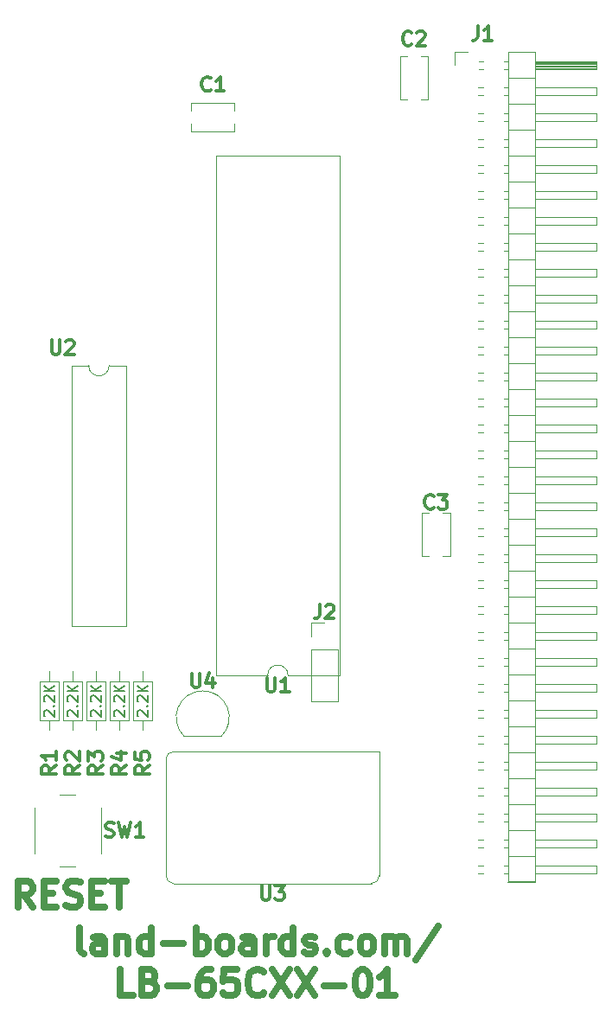
<source format=gto>
G04 #@! TF.GenerationSoftware,KiCad,Pcbnew,(6.0.1)*
G04 #@! TF.CreationDate,2022-09-12T22:03:41-04:00*
G04 #@! TF.ProjectId,LB-65CXX-01,4c422d36-3543-4585-982d-30312e6b6963,1*
G04 #@! TF.SameCoordinates,Original*
G04 #@! TF.FileFunction,Legend,Top*
G04 #@! TF.FilePolarity,Positive*
%FSLAX46Y46*%
G04 Gerber Fmt 4.6, Leading zero omitted, Abs format (unit mm)*
G04 Created by KiCad (PCBNEW (6.0.1)) date 2022-09-12 22:03:41*
%MOMM*%
%LPD*%
G01*
G04 APERTURE LIST*
%ADD10C,0.635000*%
%ADD11C,0.349250*%
%ADD12C,0.150000*%
%ADD13C,0.120000*%
G04 APERTURE END LIST*
D10*
X134740952Y-137039047D02*
X133894285Y-135829523D01*
X133289523Y-137039047D02*
X133289523Y-134499047D01*
X134257142Y-134499047D01*
X134499047Y-134620000D01*
X134620000Y-134740952D01*
X134740952Y-134982857D01*
X134740952Y-135345714D01*
X134620000Y-135587619D01*
X134499047Y-135708571D01*
X134257142Y-135829523D01*
X133289523Y-135829523D01*
X135829523Y-135708571D02*
X136676190Y-135708571D01*
X137039047Y-137039047D02*
X135829523Y-137039047D01*
X135829523Y-134499047D01*
X137039047Y-134499047D01*
X138006666Y-136918095D02*
X138369523Y-137039047D01*
X138974285Y-137039047D01*
X139216190Y-136918095D01*
X139337142Y-136797142D01*
X139458095Y-136555238D01*
X139458095Y-136313333D01*
X139337142Y-136071428D01*
X139216190Y-135950476D01*
X138974285Y-135829523D01*
X138490476Y-135708571D01*
X138248571Y-135587619D01*
X138127619Y-135466666D01*
X138006666Y-135224761D01*
X138006666Y-134982857D01*
X138127619Y-134740952D01*
X138248571Y-134620000D01*
X138490476Y-134499047D01*
X139095238Y-134499047D01*
X139458095Y-134620000D01*
X140546666Y-135708571D02*
X141393333Y-135708571D01*
X141756190Y-137039047D02*
X140546666Y-137039047D01*
X140546666Y-134499047D01*
X141756190Y-134499047D01*
X142481904Y-134499047D02*
X143933333Y-134499047D01*
X143207619Y-137039047D02*
X143207619Y-134499047D01*
X139724190Y-141598347D02*
X139482285Y-141477395D01*
X139361333Y-141235490D01*
X139361333Y-139058347D01*
X141780380Y-141598347D02*
X141780380Y-140267871D01*
X141659428Y-140025966D01*
X141417523Y-139905014D01*
X140933714Y-139905014D01*
X140691809Y-140025966D01*
X141780380Y-141477395D02*
X141538476Y-141598347D01*
X140933714Y-141598347D01*
X140691809Y-141477395D01*
X140570857Y-141235490D01*
X140570857Y-140993585D01*
X140691809Y-140751680D01*
X140933714Y-140630728D01*
X141538476Y-140630728D01*
X141780380Y-140509776D01*
X142989904Y-139905014D02*
X142989904Y-141598347D01*
X142989904Y-140146919D02*
X143110857Y-140025966D01*
X143352761Y-139905014D01*
X143715619Y-139905014D01*
X143957523Y-140025966D01*
X144078476Y-140267871D01*
X144078476Y-141598347D01*
X146376571Y-141598347D02*
X146376571Y-139058347D01*
X146376571Y-141477395D02*
X146134666Y-141598347D01*
X145650857Y-141598347D01*
X145408952Y-141477395D01*
X145288000Y-141356442D01*
X145167047Y-141114538D01*
X145167047Y-140388823D01*
X145288000Y-140146919D01*
X145408952Y-140025966D01*
X145650857Y-139905014D01*
X146134666Y-139905014D01*
X146376571Y-140025966D01*
X147586095Y-140630728D02*
X149521333Y-140630728D01*
X150730857Y-141598347D02*
X150730857Y-139058347D01*
X150730857Y-140025966D02*
X150972761Y-139905014D01*
X151456571Y-139905014D01*
X151698476Y-140025966D01*
X151819428Y-140146919D01*
X151940380Y-140388823D01*
X151940380Y-141114538D01*
X151819428Y-141356442D01*
X151698476Y-141477395D01*
X151456571Y-141598347D01*
X150972761Y-141598347D01*
X150730857Y-141477395D01*
X153391809Y-141598347D02*
X153149904Y-141477395D01*
X153028952Y-141356442D01*
X152908000Y-141114538D01*
X152908000Y-140388823D01*
X153028952Y-140146919D01*
X153149904Y-140025966D01*
X153391809Y-139905014D01*
X153754666Y-139905014D01*
X153996571Y-140025966D01*
X154117523Y-140146919D01*
X154238476Y-140388823D01*
X154238476Y-141114538D01*
X154117523Y-141356442D01*
X153996571Y-141477395D01*
X153754666Y-141598347D01*
X153391809Y-141598347D01*
X156415619Y-141598347D02*
X156415619Y-140267871D01*
X156294666Y-140025966D01*
X156052761Y-139905014D01*
X155568952Y-139905014D01*
X155327047Y-140025966D01*
X156415619Y-141477395D02*
X156173714Y-141598347D01*
X155568952Y-141598347D01*
X155327047Y-141477395D01*
X155206095Y-141235490D01*
X155206095Y-140993585D01*
X155327047Y-140751680D01*
X155568952Y-140630728D01*
X156173714Y-140630728D01*
X156415619Y-140509776D01*
X157625142Y-141598347D02*
X157625142Y-139905014D01*
X157625142Y-140388823D02*
X157746095Y-140146919D01*
X157867047Y-140025966D01*
X158108952Y-139905014D01*
X158350857Y-139905014D01*
X160286095Y-141598347D02*
X160286095Y-139058347D01*
X160286095Y-141477395D02*
X160044190Y-141598347D01*
X159560380Y-141598347D01*
X159318476Y-141477395D01*
X159197523Y-141356442D01*
X159076571Y-141114538D01*
X159076571Y-140388823D01*
X159197523Y-140146919D01*
X159318476Y-140025966D01*
X159560380Y-139905014D01*
X160044190Y-139905014D01*
X160286095Y-140025966D01*
X161374666Y-141477395D02*
X161616571Y-141598347D01*
X162100380Y-141598347D01*
X162342285Y-141477395D01*
X162463238Y-141235490D01*
X162463238Y-141114538D01*
X162342285Y-140872633D01*
X162100380Y-140751680D01*
X161737523Y-140751680D01*
X161495619Y-140630728D01*
X161374666Y-140388823D01*
X161374666Y-140267871D01*
X161495619Y-140025966D01*
X161737523Y-139905014D01*
X162100380Y-139905014D01*
X162342285Y-140025966D01*
X163551809Y-141356442D02*
X163672761Y-141477395D01*
X163551809Y-141598347D01*
X163430857Y-141477395D01*
X163551809Y-141356442D01*
X163551809Y-141598347D01*
X165849904Y-141477395D02*
X165608000Y-141598347D01*
X165124190Y-141598347D01*
X164882285Y-141477395D01*
X164761333Y-141356442D01*
X164640380Y-141114538D01*
X164640380Y-140388823D01*
X164761333Y-140146919D01*
X164882285Y-140025966D01*
X165124190Y-139905014D01*
X165608000Y-139905014D01*
X165849904Y-140025966D01*
X167301333Y-141598347D02*
X167059428Y-141477395D01*
X166938476Y-141356442D01*
X166817523Y-141114538D01*
X166817523Y-140388823D01*
X166938476Y-140146919D01*
X167059428Y-140025966D01*
X167301333Y-139905014D01*
X167664190Y-139905014D01*
X167906095Y-140025966D01*
X168027047Y-140146919D01*
X168148000Y-140388823D01*
X168148000Y-141114538D01*
X168027047Y-141356442D01*
X167906095Y-141477395D01*
X167664190Y-141598347D01*
X167301333Y-141598347D01*
X169236571Y-141598347D02*
X169236571Y-139905014D01*
X169236571Y-140146919D02*
X169357523Y-140025966D01*
X169599428Y-139905014D01*
X169962285Y-139905014D01*
X170204190Y-140025966D01*
X170325142Y-140267871D01*
X170325142Y-141598347D01*
X170325142Y-140267871D02*
X170446095Y-140025966D01*
X170688000Y-139905014D01*
X171050857Y-139905014D01*
X171292761Y-140025966D01*
X171413714Y-140267871D01*
X171413714Y-141598347D01*
X174437523Y-138937395D02*
X172260380Y-142203109D01*
X144562285Y-145687747D02*
X143352761Y-145687747D01*
X143352761Y-143147747D01*
X146255619Y-144357271D02*
X146618476Y-144478223D01*
X146739428Y-144599176D01*
X146860380Y-144841080D01*
X146860380Y-145203938D01*
X146739428Y-145445842D01*
X146618476Y-145566795D01*
X146376571Y-145687747D01*
X145408952Y-145687747D01*
X145408952Y-143147747D01*
X146255619Y-143147747D01*
X146497523Y-143268700D01*
X146618476Y-143389652D01*
X146739428Y-143631557D01*
X146739428Y-143873461D01*
X146618476Y-144115366D01*
X146497523Y-144236319D01*
X146255619Y-144357271D01*
X145408952Y-144357271D01*
X147948952Y-144720128D02*
X149884190Y-144720128D01*
X152182285Y-143147747D02*
X151698476Y-143147747D01*
X151456571Y-143268700D01*
X151335619Y-143389652D01*
X151093714Y-143752509D01*
X150972761Y-144236319D01*
X150972761Y-145203938D01*
X151093714Y-145445842D01*
X151214666Y-145566795D01*
X151456571Y-145687747D01*
X151940380Y-145687747D01*
X152182285Y-145566795D01*
X152303238Y-145445842D01*
X152424190Y-145203938D01*
X152424190Y-144599176D01*
X152303238Y-144357271D01*
X152182285Y-144236319D01*
X151940380Y-144115366D01*
X151456571Y-144115366D01*
X151214666Y-144236319D01*
X151093714Y-144357271D01*
X150972761Y-144599176D01*
X154722285Y-143147747D02*
X153512761Y-143147747D01*
X153391809Y-144357271D01*
X153512761Y-144236319D01*
X153754666Y-144115366D01*
X154359428Y-144115366D01*
X154601333Y-144236319D01*
X154722285Y-144357271D01*
X154843238Y-144599176D01*
X154843238Y-145203938D01*
X154722285Y-145445842D01*
X154601333Y-145566795D01*
X154359428Y-145687747D01*
X153754666Y-145687747D01*
X153512761Y-145566795D01*
X153391809Y-145445842D01*
X157383238Y-145445842D02*
X157262285Y-145566795D01*
X156899428Y-145687747D01*
X156657523Y-145687747D01*
X156294666Y-145566795D01*
X156052761Y-145324890D01*
X155931809Y-145082985D01*
X155810857Y-144599176D01*
X155810857Y-144236319D01*
X155931809Y-143752509D01*
X156052761Y-143510604D01*
X156294666Y-143268700D01*
X156657523Y-143147747D01*
X156899428Y-143147747D01*
X157262285Y-143268700D01*
X157383238Y-143389652D01*
X158229904Y-143147747D02*
X159923238Y-145687747D01*
X159923238Y-143147747D02*
X158229904Y-145687747D01*
X160648952Y-143147747D02*
X162342285Y-145687747D01*
X162342285Y-143147747D02*
X160648952Y-145687747D01*
X163309904Y-144720128D02*
X165245142Y-144720128D01*
X166938476Y-143147747D02*
X167180380Y-143147747D01*
X167422285Y-143268700D01*
X167543238Y-143389652D01*
X167664190Y-143631557D01*
X167785142Y-144115366D01*
X167785142Y-144720128D01*
X167664190Y-145203938D01*
X167543238Y-145445842D01*
X167422285Y-145566795D01*
X167180380Y-145687747D01*
X166938476Y-145687747D01*
X166696571Y-145566795D01*
X166575619Y-145445842D01*
X166454666Y-145203938D01*
X166333714Y-144720128D01*
X166333714Y-144115366D01*
X166454666Y-143631557D01*
X166575619Y-143389652D01*
X166696571Y-143268700D01*
X166938476Y-143147747D01*
X170204190Y-145687747D02*
X168752761Y-145687747D01*
X169478476Y-145687747D02*
X169478476Y-143147747D01*
X169236571Y-143510604D01*
X168994666Y-143752509D01*
X168752761Y-143873461D01*
D11*
X150335619Y-114144976D02*
X150335619Y-115275880D01*
X150402142Y-115408928D01*
X150468666Y-115475452D01*
X150601714Y-115541976D01*
X150867809Y-115541976D01*
X151000857Y-115475452D01*
X151067380Y-115408928D01*
X151133904Y-115275880D01*
X151133904Y-114144976D01*
X152397857Y-114610642D02*
X152397857Y-115541976D01*
X152065238Y-114078452D02*
X151732619Y-115076309D01*
X152597428Y-115076309D01*
X162856333Y-107409976D02*
X162856333Y-108407833D01*
X162789809Y-108607404D01*
X162656761Y-108740452D01*
X162457190Y-108806976D01*
X162324142Y-108806976D01*
X163455047Y-107543023D02*
X163521571Y-107476500D01*
X163654619Y-107409976D01*
X163987238Y-107409976D01*
X164120285Y-107476500D01*
X164186809Y-107543023D01*
X164253333Y-107676071D01*
X164253333Y-107809119D01*
X164186809Y-108008690D01*
X163388523Y-108806976D01*
X164253333Y-108806976D01*
X178350333Y-50796976D02*
X178350333Y-51794833D01*
X178283809Y-51994404D01*
X178150761Y-52127452D01*
X177951190Y-52193976D01*
X177818142Y-52193976D01*
X179747333Y-52193976D02*
X178949047Y-52193976D01*
X179348190Y-52193976D02*
X179348190Y-50796976D01*
X179215142Y-50996547D01*
X179082095Y-51129595D01*
X178949047Y-51196119D01*
X157690619Y-114589976D02*
X157690619Y-115720880D01*
X157757142Y-115853928D01*
X157823666Y-115920452D01*
X157956714Y-115986976D01*
X158222809Y-115986976D01*
X158355857Y-115920452D01*
X158422380Y-115853928D01*
X158488904Y-115720880D01*
X158488904Y-114589976D01*
X159885904Y-115986976D02*
X159087619Y-115986976D01*
X159486761Y-115986976D02*
X159486761Y-114589976D01*
X159353714Y-114789547D01*
X159220666Y-114922595D01*
X159087619Y-114989119D01*
X146173976Y-123168833D02*
X145508738Y-123634500D01*
X146173976Y-123967119D02*
X144776976Y-123967119D01*
X144776976Y-123434928D01*
X144843500Y-123301880D01*
X144910023Y-123235357D01*
X145043071Y-123168833D01*
X145242642Y-123168833D01*
X145375690Y-123235357D01*
X145442214Y-123301880D01*
X145508738Y-123434928D01*
X145508738Y-123967119D01*
X144776976Y-121904880D02*
X144776976Y-122570119D01*
X145442214Y-122636642D01*
X145375690Y-122570119D01*
X145309166Y-122437071D01*
X145309166Y-122104452D01*
X145375690Y-121971404D01*
X145442214Y-121904880D01*
X145575261Y-121838357D01*
X145907880Y-121838357D01*
X146040928Y-121904880D01*
X146107452Y-121971404D01*
X146173976Y-122104452D01*
X146173976Y-122437071D01*
X146107452Y-122570119D01*
X146040928Y-122636642D01*
D12*
X145089619Y-118340000D02*
X145042000Y-118292380D01*
X144994380Y-118197142D01*
X144994380Y-117959047D01*
X145042000Y-117863809D01*
X145089619Y-117816190D01*
X145184857Y-117768571D01*
X145280095Y-117768571D01*
X145422952Y-117816190D01*
X145994380Y-118387619D01*
X145994380Y-117768571D01*
X145899142Y-117340000D02*
X145946761Y-117292380D01*
X145994380Y-117340000D01*
X145946761Y-117387619D01*
X145899142Y-117340000D01*
X145994380Y-117340000D01*
X145089619Y-116911428D02*
X145042000Y-116863809D01*
X144994380Y-116768571D01*
X144994380Y-116530476D01*
X145042000Y-116435238D01*
X145089619Y-116387619D01*
X145184857Y-116340000D01*
X145280095Y-116340000D01*
X145422952Y-116387619D01*
X145994380Y-116959047D01*
X145994380Y-116340000D01*
X145994380Y-115911428D02*
X144994380Y-115911428D01*
X145994380Y-115340000D02*
X145422952Y-115768571D01*
X144994380Y-115340000D02*
X145565809Y-115911428D01*
D11*
X141601976Y-123168833D02*
X140936738Y-123634500D01*
X141601976Y-123967119D02*
X140204976Y-123967119D01*
X140204976Y-123434928D01*
X140271500Y-123301880D01*
X140338023Y-123235357D01*
X140471071Y-123168833D01*
X140670642Y-123168833D01*
X140803690Y-123235357D01*
X140870214Y-123301880D01*
X140936738Y-123434928D01*
X140936738Y-123967119D01*
X140204976Y-122703166D02*
X140204976Y-121838357D01*
X140737166Y-122304023D01*
X140737166Y-122104452D01*
X140803690Y-121971404D01*
X140870214Y-121904880D01*
X141003261Y-121838357D01*
X141335880Y-121838357D01*
X141468928Y-121904880D01*
X141535452Y-121971404D01*
X141601976Y-122104452D01*
X141601976Y-122503595D01*
X141535452Y-122636642D01*
X141468928Y-122703166D01*
D12*
X140517619Y-118340000D02*
X140470000Y-118292380D01*
X140422380Y-118197142D01*
X140422380Y-117959047D01*
X140470000Y-117863809D01*
X140517619Y-117816190D01*
X140612857Y-117768571D01*
X140708095Y-117768571D01*
X140850952Y-117816190D01*
X141422380Y-118387619D01*
X141422380Y-117768571D01*
X141327142Y-117340000D02*
X141374761Y-117292380D01*
X141422380Y-117340000D01*
X141374761Y-117387619D01*
X141327142Y-117340000D01*
X141422380Y-117340000D01*
X140517619Y-116911428D02*
X140470000Y-116863809D01*
X140422380Y-116768571D01*
X140422380Y-116530476D01*
X140470000Y-116435238D01*
X140517619Y-116387619D01*
X140612857Y-116340000D01*
X140708095Y-116340000D01*
X140850952Y-116387619D01*
X141422380Y-116959047D01*
X141422380Y-116340000D01*
X141422380Y-115911428D02*
X140422380Y-115911428D01*
X141422380Y-115340000D02*
X140850952Y-115768571D01*
X140422380Y-115340000D02*
X140993809Y-115911428D01*
D11*
X137029976Y-123168833D02*
X136364738Y-123634500D01*
X137029976Y-123967119D02*
X135632976Y-123967119D01*
X135632976Y-123434928D01*
X135699500Y-123301880D01*
X135766023Y-123235357D01*
X135899071Y-123168833D01*
X136098642Y-123168833D01*
X136231690Y-123235357D01*
X136298214Y-123301880D01*
X136364738Y-123434928D01*
X136364738Y-123967119D01*
X137029976Y-121838357D02*
X137029976Y-122636642D01*
X137029976Y-122237500D02*
X135632976Y-122237500D01*
X135832547Y-122370547D01*
X135965595Y-122503595D01*
X136032119Y-122636642D01*
D12*
X135945619Y-118340000D02*
X135898000Y-118292380D01*
X135850380Y-118197142D01*
X135850380Y-117959047D01*
X135898000Y-117863809D01*
X135945619Y-117816190D01*
X136040857Y-117768571D01*
X136136095Y-117768571D01*
X136278952Y-117816190D01*
X136850380Y-118387619D01*
X136850380Y-117768571D01*
X136755142Y-117340000D02*
X136802761Y-117292380D01*
X136850380Y-117340000D01*
X136802761Y-117387619D01*
X136755142Y-117340000D01*
X136850380Y-117340000D01*
X135945619Y-116911428D02*
X135898000Y-116863809D01*
X135850380Y-116768571D01*
X135850380Y-116530476D01*
X135898000Y-116435238D01*
X135945619Y-116387619D01*
X136040857Y-116340000D01*
X136136095Y-116340000D01*
X136278952Y-116387619D01*
X136850380Y-116959047D01*
X136850380Y-116340000D01*
X136850380Y-115911428D02*
X135850380Y-115911428D01*
X136850380Y-115340000D02*
X136278952Y-115768571D01*
X135850380Y-115340000D02*
X136421809Y-115911428D01*
D11*
X143887976Y-123168833D02*
X143222738Y-123634500D01*
X143887976Y-123967119D02*
X142490976Y-123967119D01*
X142490976Y-123434928D01*
X142557500Y-123301880D01*
X142624023Y-123235357D01*
X142757071Y-123168833D01*
X142956642Y-123168833D01*
X143089690Y-123235357D01*
X143156214Y-123301880D01*
X143222738Y-123434928D01*
X143222738Y-123967119D01*
X142956642Y-121971404D02*
X143887976Y-121971404D01*
X142424452Y-122304023D02*
X143422309Y-122636642D01*
X143422309Y-121771833D01*
D12*
X142803619Y-118340000D02*
X142756000Y-118292380D01*
X142708380Y-118197142D01*
X142708380Y-117959047D01*
X142756000Y-117863809D01*
X142803619Y-117816190D01*
X142898857Y-117768571D01*
X142994095Y-117768571D01*
X143136952Y-117816190D01*
X143708380Y-118387619D01*
X143708380Y-117768571D01*
X143613142Y-117340000D02*
X143660761Y-117292380D01*
X143708380Y-117340000D01*
X143660761Y-117387619D01*
X143613142Y-117340000D01*
X143708380Y-117340000D01*
X142803619Y-116911428D02*
X142756000Y-116863809D01*
X142708380Y-116768571D01*
X142708380Y-116530476D01*
X142756000Y-116435238D01*
X142803619Y-116387619D01*
X142898857Y-116340000D01*
X142994095Y-116340000D01*
X143136952Y-116387619D01*
X143708380Y-116959047D01*
X143708380Y-116340000D01*
X143708380Y-115911428D02*
X142708380Y-115911428D01*
X143708380Y-115340000D02*
X143136952Y-115768571D01*
X142708380Y-115340000D02*
X143279809Y-115911428D01*
D11*
X136603619Y-81530976D02*
X136603619Y-82661880D01*
X136670142Y-82794928D01*
X136736666Y-82861452D01*
X136869714Y-82927976D01*
X137135809Y-82927976D01*
X137268857Y-82861452D01*
X137335380Y-82794928D01*
X137401904Y-82661880D01*
X137401904Y-81530976D01*
X138000619Y-81664023D02*
X138067142Y-81597500D01*
X138200190Y-81530976D01*
X138532809Y-81530976D01*
X138665857Y-81597500D01*
X138732380Y-81664023D01*
X138798904Y-81797071D01*
X138798904Y-81930119D01*
X138732380Y-82129690D01*
X137934095Y-82927976D01*
X138798904Y-82927976D01*
X152167166Y-57013928D02*
X152100642Y-57080452D01*
X151901071Y-57146976D01*
X151768023Y-57146976D01*
X151568452Y-57080452D01*
X151435404Y-56947404D01*
X151368880Y-56814357D01*
X151302357Y-56548261D01*
X151302357Y-56348690D01*
X151368880Y-56082595D01*
X151435404Y-55949547D01*
X151568452Y-55816500D01*
X151768023Y-55749976D01*
X151901071Y-55749976D01*
X152100642Y-55816500D01*
X152167166Y-55883023D01*
X153497642Y-57146976D02*
X152699357Y-57146976D01*
X153098500Y-57146976D02*
X153098500Y-55749976D01*
X152965452Y-55949547D01*
X152832404Y-56082595D01*
X152699357Y-56149119D01*
X157177619Y-134954976D02*
X157177619Y-136085880D01*
X157244142Y-136218928D01*
X157310666Y-136285452D01*
X157443714Y-136351976D01*
X157709809Y-136351976D01*
X157842857Y-136285452D01*
X157909380Y-136218928D01*
X157975904Y-136085880D01*
X157975904Y-134954976D01*
X158508095Y-134954976D02*
X159372904Y-134954976D01*
X158907238Y-135487166D01*
X159106809Y-135487166D01*
X159239857Y-135553690D01*
X159306380Y-135620214D01*
X159372904Y-135753261D01*
X159372904Y-136085880D01*
X159306380Y-136218928D01*
X159239857Y-136285452D01*
X159106809Y-136351976D01*
X158707666Y-136351976D01*
X158574619Y-136285452D01*
X158508095Y-136218928D01*
X171852166Y-52568928D02*
X171785642Y-52635452D01*
X171586071Y-52701976D01*
X171453023Y-52701976D01*
X171253452Y-52635452D01*
X171120404Y-52502404D01*
X171053880Y-52369357D01*
X170987357Y-52103261D01*
X170987357Y-51903690D01*
X171053880Y-51637595D01*
X171120404Y-51504547D01*
X171253452Y-51371500D01*
X171453023Y-51304976D01*
X171586071Y-51304976D01*
X171785642Y-51371500D01*
X171852166Y-51438023D01*
X172384357Y-51438023D02*
X172450880Y-51371500D01*
X172583928Y-51304976D01*
X172916547Y-51304976D01*
X173049595Y-51371500D01*
X173116119Y-51438023D01*
X173182642Y-51571071D01*
X173182642Y-51704119D01*
X173116119Y-51903690D01*
X172317833Y-52701976D01*
X173182642Y-52701976D01*
X141901333Y-130105452D02*
X142100904Y-130171976D01*
X142433523Y-130171976D01*
X142566571Y-130105452D01*
X142633095Y-130038928D01*
X142699619Y-129905880D01*
X142699619Y-129772833D01*
X142633095Y-129639785D01*
X142566571Y-129573261D01*
X142433523Y-129506738D01*
X142167428Y-129440214D01*
X142034380Y-129373690D01*
X141967857Y-129307166D01*
X141901333Y-129174119D01*
X141901333Y-129041071D01*
X141967857Y-128908023D01*
X142034380Y-128841500D01*
X142167428Y-128774976D01*
X142500047Y-128774976D01*
X142699619Y-128841500D01*
X143165285Y-128774976D02*
X143497904Y-130171976D01*
X143764000Y-129174119D01*
X144030095Y-130171976D01*
X144362714Y-128774976D01*
X145626666Y-130171976D02*
X144828380Y-130171976D01*
X145227523Y-130171976D02*
X145227523Y-128774976D01*
X145094476Y-128974547D01*
X144961428Y-129107595D01*
X144828380Y-129174119D01*
X139315976Y-123168833D02*
X138650738Y-123634500D01*
X139315976Y-123967119D02*
X137918976Y-123967119D01*
X137918976Y-123434928D01*
X137985500Y-123301880D01*
X138052023Y-123235357D01*
X138185071Y-123168833D01*
X138384642Y-123168833D01*
X138517690Y-123235357D01*
X138584214Y-123301880D01*
X138650738Y-123434928D01*
X138650738Y-123967119D01*
X138052023Y-122636642D02*
X137985500Y-122570119D01*
X137918976Y-122437071D01*
X137918976Y-122104452D01*
X137985500Y-121971404D01*
X138052023Y-121904880D01*
X138185071Y-121838357D01*
X138318119Y-121838357D01*
X138517690Y-121904880D01*
X139315976Y-122703166D01*
X139315976Y-121838357D01*
D12*
X138231619Y-118340000D02*
X138184000Y-118292380D01*
X138136380Y-118197142D01*
X138136380Y-117959047D01*
X138184000Y-117863809D01*
X138231619Y-117816190D01*
X138326857Y-117768571D01*
X138422095Y-117768571D01*
X138564952Y-117816190D01*
X139136380Y-118387619D01*
X139136380Y-117768571D01*
X139041142Y-117340000D02*
X139088761Y-117292380D01*
X139136380Y-117340000D01*
X139088761Y-117387619D01*
X139041142Y-117340000D01*
X139136380Y-117340000D01*
X138231619Y-116911428D02*
X138184000Y-116863809D01*
X138136380Y-116768571D01*
X138136380Y-116530476D01*
X138184000Y-116435238D01*
X138231619Y-116387619D01*
X138326857Y-116340000D01*
X138422095Y-116340000D01*
X138564952Y-116387619D01*
X139136380Y-116959047D01*
X139136380Y-116340000D01*
X139136380Y-115911428D02*
X138136380Y-115911428D01*
X139136380Y-115340000D02*
X138564952Y-115768571D01*
X138136380Y-115340000D02*
X138707809Y-115911428D01*
D11*
X174011166Y-97927928D02*
X173944642Y-97994452D01*
X173745071Y-98060976D01*
X173612023Y-98060976D01*
X173412452Y-97994452D01*
X173279404Y-97861404D01*
X173212880Y-97728357D01*
X173146357Y-97462261D01*
X173146357Y-97262690D01*
X173212880Y-96996595D01*
X173279404Y-96863547D01*
X173412452Y-96730500D01*
X173612023Y-96663976D01*
X173745071Y-96663976D01*
X173944642Y-96730500D01*
X174011166Y-96797023D01*
X174476833Y-96663976D02*
X175341642Y-96663976D01*
X174875976Y-97196166D01*
X175075547Y-97196166D01*
X175208595Y-97262690D01*
X175275119Y-97329214D01*
X175341642Y-97462261D01*
X175341642Y-97794880D01*
X175275119Y-97927928D01*
X175208595Y-97994452D01*
X175075547Y-98060976D01*
X174676404Y-98060976D01*
X174543357Y-97994452D01*
X174476833Y-97927928D01*
D13*
X149600000Y-120320000D02*
X153200000Y-120320000D01*
X153238478Y-120308478D02*
G75*
G03*
X151400000Y-115870000I-1838478J1838478D01*
G01*
X151400000Y-115869999D02*
G75*
G03*
X149561522Y-120308478I0J-2600001D01*
G01*
X161992000Y-116915000D02*
X164652000Y-116915000D01*
X161992000Y-111775000D02*
X161992000Y-116915000D01*
X161992000Y-110505000D02*
X161992000Y-109175000D01*
X164652000Y-111775000D02*
X164652000Y-116915000D01*
X161992000Y-109175000D02*
X163322000Y-109175000D01*
X161992000Y-111775000D02*
X164652000Y-111775000D01*
X189990000Y-90555000D02*
X183990000Y-90555000D01*
X183990000Y-59315000D02*
X189990000Y-59315000D01*
X181330000Y-66045000D02*
X183990000Y-66045000D01*
X180932929Y-75315000D02*
X181330000Y-75315000D01*
X178392929Y-72775000D02*
X178847071Y-72775000D01*
X178392929Y-93095000D02*
X178847071Y-93095000D01*
X189990000Y-67695000D02*
X183990000Y-67695000D01*
X189990000Y-84715000D02*
X189990000Y-85475000D01*
X178392929Y-98175000D02*
X178847071Y-98175000D01*
X178392929Y-67695000D02*
X178847071Y-67695000D01*
X178392929Y-107575000D02*
X178847071Y-107575000D01*
X178392929Y-57535000D02*
X178847071Y-57535000D01*
X178392929Y-70235000D02*
X178847071Y-70235000D01*
X181330000Y-53285000D02*
X181330000Y-134625000D01*
X189990000Y-131195000D02*
X183990000Y-131195000D01*
X180932929Y-97415000D02*
X181330000Y-97415000D01*
X180932929Y-105795000D02*
X181330000Y-105795000D01*
X189990000Y-110115000D02*
X189990000Y-110875000D01*
X178392929Y-115195000D02*
X178847071Y-115195000D01*
X180932929Y-99955000D02*
X181330000Y-99955000D01*
X180932929Y-121035000D02*
X181330000Y-121035000D01*
X189990000Y-69475000D02*
X189990000Y-70235000D01*
X180932929Y-74555000D02*
X181330000Y-74555000D01*
X189990000Y-105795000D02*
X183990000Y-105795000D01*
X183990000Y-72015000D02*
X189990000Y-72015000D01*
X178392929Y-82935000D02*
X178847071Y-82935000D01*
X178392929Y-80395000D02*
X178847071Y-80395000D01*
X181330000Y-129545000D02*
X183990000Y-129545000D01*
X181330000Y-96525000D02*
X183990000Y-96525000D01*
X183990000Y-112655000D02*
X189990000Y-112655000D01*
X180932929Y-79635000D02*
X181330000Y-79635000D01*
X183990000Y-54235000D02*
X189990000Y-54235000D01*
X180932929Y-82935000D02*
X181330000Y-82935000D01*
X180932929Y-92335000D02*
X181330000Y-92335000D01*
X178392929Y-62615000D02*
X178847071Y-62615000D01*
X183990000Y-110115000D02*
X189990000Y-110115000D01*
X178392929Y-82175000D02*
X178847071Y-82175000D01*
X189990000Y-82935000D02*
X183990000Y-82935000D01*
X180932929Y-66935000D02*
X181330000Y-66935000D01*
X178392929Y-64395000D02*
X178847071Y-64395000D01*
X181330000Y-99065000D02*
X183990000Y-99065000D01*
X189990000Y-85475000D02*
X183990000Y-85475000D01*
D12*
X181330000Y-134625000D02*
X183990000Y-134625000D01*
D13*
X180932929Y-113415000D02*
X181330000Y-113415000D01*
X178392929Y-105795000D02*
X178847071Y-105795000D01*
X180932929Y-103255000D02*
X181330000Y-103255000D01*
X178392929Y-110115000D02*
X178847071Y-110115000D01*
X181330000Y-116845000D02*
X183990000Y-116845000D01*
X181330000Y-132085000D02*
X183990000Y-132085000D01*
X180932929Y-128655000D02*
X181330000Y-128655000D01*
X180932929Y-87255000D02*
X181330000Y-87255000D01*
X178392929Y-88015000D02*
X178847071Y-88015000D01*
X178392929Y-125355000D02*
X178847071Y-125355000D01*
X181330000Y-81285000D02*
X183990000Y-81285000D01*
X178392929Y-127895000D02*
X178847071Y-127895000D01*
X180932929Y-62615000D02*
X181330000Y-62615000D01*
X178392929Y-132975000D02*
X178847071Y-132975000D01*
X180932929Y-54995000D02*
X181330000Y-54995000D01*
X189990000Y-112655000D02*
X189990000Y-113415000D01*
X180932929Y-127895000D02*
X181330000Y-127895000D01*
X181330000Y-119385000D02*
X183990000Y-119385000D01*
X183990000Y-54535000D02*
X189990000Y-54535000D01*
X189990000Y-123575000D02*
X183990000Y-123575000D01*
X183990000Y-66935000D02*
X189990000Y-66935000D01*
X178392929Y-120275000D02*
X178847071Y-120275000D01*
X189990000Y-128655000D02*
X183990000Y-128655000D01*
X189990000Y-95635000D02*
X183990000Y-95635000D01*
X189990000Y-70235000D02*
X183990000Y-70235000D01*
X181330000Y-101605000D02*
X183990000Y-101605000D01*
X183990000Y-107575000D02*
X189990000Y-107575000D01*
X178460000Y-54995000D02*
X178847071Y-54995000D01*
X180932929Y-123575000D02*
X181330000Y-123575000D01*
X180932929Y-110875000D02*
X181330000Y-110875000D01*
X189990000Y-115955000D02*
X183990000Y-115955000D01*
X181330000Y-55885000D02*
X183990000Y-55885000D01*
X189990000Y-72015000D02*
X189990000Y-72775000D01*
X183990000Y-56775000D02*
X189990000Y-56775000D01*
X189990000Y-92335000D02*
X189990000Y-93095000D01*
X183990000Y-54775000D02*
X189990000Y-54775000D01*
X189990000Y-56775000D02*
X189990000Y-57535000D01*
X181330000Y-78745000D02*
X183990000Y-78745000D01*
X178392929Y-87255000D02*
X178847071Y-87255000D01*
X181330000Y-121925000D02*
X183990000Y-121925000D01*
X183990000Y-61855000D02*
X189990000Y-61855000D01*
X189990000Y-66935000D02*
X189990000Y-67695000D01*
X183990000Y-132975000D02*
X189990000Y-132975000D01*
X183990000Y-54415000D02*
X189990000Y-54415000D01*
X189990000Y-132975000D02*
X189990000Y-133735000D01*
X180932929Y-84715000D02*
X181330000Y-84715000D01*
X178392929Y-94875000D02*
X178847071Y-94875000D01*
X178392929Y-59315000D02*
X178847071Y-59315000D01*
X181330000Y-93985000D02*
X183990000Y-93985000D01*
X180932929Y-115195000D02*
X181330000Y-115195000D01*
X180932929Y-125355000D02*
X181330000Y-125355000D01*
X189990000Y-98175000D02*
X183990000Y-98175000D01*
X189990000Y-121035000D02*
X183990000Y-121035000D01*
X178392929Y-74555000D02*
X178847071Y-74555000D01*
X178392929Y-92335000D02*
X178847071Y-92335000D01*
X183990000Y-92335000D02*
X189990000Y-92335000D01*
X183990000Y-54295000D02*
X189990000Y-54295000D01*
X183990000Y-102495000D02*
X189990000Y-102495000D01*
X178392929Y-84715000D02*
X178847071Y-84715000D01*
X189990000Y-54995000D02*
X183990000Y-54995000D01*
X180932929Y-95635000D02*
X181330000Y-95635000D01*
X180932929Y-118495000D02*
X181330000Y-118495000D01*
X183990000Y-105035000D02*
X189990000Y-105035000D01*
X181330000Y-60965000D02*
X183990000Y-60965000D01*
X178392929Y-118495000D02*
X178847071Y-118495000D01*
X189990000Y-89795000D02*
X189990000Y-90555000D01*
X180932929Y-102495000D02*
X181330000Y-102495000D01*
X189990000Y-54235000D02*
X189990000Y-54995000D01*
X181330000Y-83825000D02*
X183990000Y-83825000D01*
X180932929Y-122815000D02*
X181330000Y-122815000D01*
X181330000Y-71125000D02*
X183990000Y-71125000D01*
X178392929Y-97415000D02*
X178847071Y-97415000D01*
X181330000Y-104145000D02*
X183990000Y-104145000D01*
X183990000Y-77095000D02*
X189990000Y-77095000D01*
X180932929Y-115955000D02*
X181330000Y-115955000D01*
X180932929Y-60075000D02*
X181330000Y-60075000D01*
X178392929Y-99955000D02*
X178847071Y-99955000D01*
X181330000Y-111765000D02*
X183990000Y-111765000D01*
X178392929Y-61855000D02*
X178847071Y-61855000D01*
X180932929Y-90555000D02*
X181330000Y-90555000D01*
X189990000Y-108335000D02*
X183990000Y-108335000D01*
X183990000Y-94875000D02*
X189990000Y-94875000D01*
X189990000Y-88015000D02*
X183990000Y-88015000D01*
X183990000Y-130435000D02*
X189990000Y-130435000D01*
X189990000Y-72775000D02*
X183990000Y-72775000D01*
X189990000Y-130435000D02*
X189990000Y-131195000D01*
X180932929Y-77095000D02*
X181330000Y-77095000D01*
X180932929Y-59315000D02*
X181330000Y-59315000D01*
X189990000Y-113415000D02*
X183990000Y-113415000D01*
X189990000Y-117735000D02*
X189990000Y-118495000D01*
X180932929Y-72775000D02*
X181330000Y-72775000D01*
X180932929Y-65155000D02*
X181330000Y-65155000D01*
X178392929Y-56775000D02*
X178847071Y-56775000D01*
X180932929Y-112655000D02*
X181330000Y-112655000D01*
X189990000Y-115195000D02*
X189990000Y-115955000D01*
X189990000Y-79635000D02*
X189990000Y-80395000D01*
X181330000Y-76205000D02*
X183990000Y-76205000D01*
X189990000Y-77855000D02*
X183990000Y-77855000D01*
X180932929Y-72015000D02*
X181330000Y-72015000D01*
X189990000Y-107575000D02*
X189990000Y-108335000D01*
X189990000Y-125355000D02*
X189990000Y-126115000D01*
X178392929Y-65155000D02*
X178847071Y-65155000D01*
X180932929Y-57535000D02*
X181330000Y-57535000D01*
X178392929Y-69475000D02*
X178847071Y-69475000D01*
X178392929Y-79635000D02*
X178847071Y-79635000D01*
X183990000Y-99955000D02*
X189990000Y-99955000D01*
X178392929Y-72015000D02*
X178847071Y-72015000D01*
X189990000Y-82175000D02*
X189990000Y-82935000D01*
X181330000Y-109225000D02*
X183990000Y-109225000D01*
X183990000Y-125355000D02*
X189990000Y-125355000D01*
X181330000Y-86365000D02*
X183990000Y-86365000D01*
X189990000Y-64395000D02*
X189990000Y-65155000D01*
X183990000Y-117735000D02*
X189990000Y-117735000D01*
X189990000Y-65155000D02*
X183990000Y-65155000D01*
X181330000Y-106685000D02*
X183990000Y-106685000D01*
X178392929Y-110875000D02*
X178847071Y-110875000D01*
X183990000Y-69475000D02*
X189990000Y-69475000D01*
X178392929Y-100715000D02*
X178847071Y-100715000D01*
X181330000Y-68585000D02*
X183990000Y-68585000D01*
X189990000Y-75315000D02*
X183990000Y-75315000D01*
X180932929Y-126115000D02*
X181330000Y-126115000D01*
X178392929Y-77095000D02*
X178847071Y-77095000D01*
X189990000Y-80395000D02*
X183990000Y-80395000D01*
X181330000Y-63505000D02*
X183990000Y-63505000D01*
X178392929Y-123575000D02*
X178847071Y-123575000D01*
X180932929Y-88015000D02*
X181330000Y-88015000D01*
X189990000Y-118495000D02*
X183990000Y-118495000D01*
X176080000Y-53345000D02*
X177350000Y-53345000D01*
X189990000Y-94875000D02*
X189990000Y-95635000D01*
X189990000Y-127895000D02*
X189990000Y-128655000D01*
X178460000Y-54235000D02*
X178847071Y-54235000D01*
X183990000Y-89795000D02*
X189990000Y-89795000D01*
X180932929Y-133735000D02*
X181330000Y-133735000D01*
X183990000Y-54895000D02*
X189990000Y-54895000D01*
X178392929Y-85475000D02*
X178847071Y-85475000D01*
X178392929Y-75315000D02*
X178847071Y-75315000D01*
X178392929Y-121035000D02*
X178847071Y-121035000D01*
X178392929Y-102495000D02*
X178847071Y-102495000D01*
X178392929Y-112655000D02*
X178847071Y-112655000D01*
X180932929Y-67695000D02*
X181330000Y-67695000D01*
X183990000Y-127895000D02*
X189990000Y-127895000D01*
X178392929Y-128655000D02*
X178847071Y-128655000D01*
X180932929Y-131195000D02*
X181330000Y-131195000D01*
X189990000Y-122815000D02*
X189990000Y-123575000D01*
X183990000Y-64395000D02*
X189990000Y-64395000D01*
X180932929Y-94875000D02*
X181330000Y-94875000D01*
X183990000Y-54655000D02*
X189990000Y-54655000D01*
X189990000Y-120275000D02*
X189990000Y-121035000D01*
X180932929Y-85475000D02*
X181330000Y-85475000D01*
X180932929Y-64395000D02*
X181330000Y-64395000D01*
X178392929Y-133735000D02*
X178847071Y-133735000D01*
X189990000Y-110875000D02*
X183990000Y-110875000D01*
X181330000Y-88905000D02*
X183990000Y-88905000D01*
X180932929Y-108335000D02*
X181330000Y-108335000D01*
X178392929Y-105035000D02*
X178847071Y-105035000D01*
X180932929Y-77855000D02*
X181330000Y-77855000D01*
X180932929Y-89795000D02*
X181330000Y-89795000D01*
X181330000Y-91445000D02*
X183990000Y-91445000D01*
X180932929Y-107575000D02*
X181330000Y-107575000D01*
X180932929Y-105035000D02*
X181330000Y-105035000D01*
X178392929Y-131195000D02*
X178847071Y-131195000D01*
X178392929Y-89795000D02*
X178847071Y-89795000D01*
X183990000Y-134625000D02*
X183990000Y-53285000D01*
X178392929Y-90555000D02*
X178847071Y-90555000D01*
X183990000Y-87255000D02*
X189990000Y-87255000D01*
X178392929Y-60075000D02*
X178847071Y-60075000D01*
X181330000Y-127005000D02*
X183990000Y-127005000D01*
X189990000Y-62615000D02*
X183990000Y-62615000D01*
X178392929Y-108335000D02*
X178847071Y-108335000D01*
X178392929Y-95635000D02*
X178847071Y-95635000D01*
X180932929Y-61855000D02*
X181330000Y-61855000D01*
X189990000Y-74555000D02*
X189990000Y-75315000D01*
X178392929Y-77855000D02*
X178847071Y-77855000D01*
X189990000Y-87255000D02*
X189990000Y-88015000D01*
X178392929Y-122815000D02*
X178847071Y-122815000D01*
X180932929Y-70235000D02*
X181330000Y-70235000D01*
X178392929Y-103255000D02*
X178847071Y-103255000D01*
X180932929Y-69475000D02*
X181330000Y-69475000D01*
X180932929Y-98175000D02*
X181330000Y-98175000D01*
X181330000Y-114305000D02*
X183990000Y-114305000D01*
X189990000Y-100715000D02*
X183990000Y-100715000D01*
X183990000Y-120275000D02*
X189990000Y-120275000D01*
X180932929Y-117735000D02*
X181330000Y-117735000D01*
X180932929Y-80395000D02*
X181330000Y-80395000D01*
X180932929Y-110115000D02*
X181330000Y-110115000D01*
X189990000Y-61855000D02*
X189990000Y-62615000D01*
X180932929Y-132975000D02*
X181330000Y-132975000D01*
X189990000Y-59315000D02*
X189990000Y-60075000D01*
X183990000Y-79635000D02*
X189990000Y-79635000D01*
X178392929Y-66935000D02*
X178847071Y-66935000D01*
X180932929Y-56775000D02*
X181330000Y-56775000D01*
X180932929Y-100715000D02*
X181330000Y-100715000D01*
X189990000Y-102495000D02*
X189990000Y-103255000D01*
X180932929Y-54235000D02*
X181330000Y-54235000D01*
X183990000Y-84715000D02*
X189990000Y-84715000D01*
X183990000Y-74555000D02*
X189990000Y-74555000D01*
X189990000Y-93095000D02*
X183990000Y-93095000D01*
X189990000Y-57535000D02*
X183990000Y-57535000D01*
X176080000Y-54615000D02*
X176080000Y-53345000D01*
X180932929Y-93095000D02*
X181330000Y-93095000D01*
X189990000Y-77095000D02*
X189990000Y-77855000D01*
X181330000Y-58425000D02*
X183990000Y-58425000D01*
X180932929Y-130435000D02*
X181330000Y-130435000D01*
X178392929Y-117735000D02*
X178847071Y-117735000D01*
X183990000Y-115195000D02*
X189990000Y-115195000D01*
X189990000Y-133735000D02*
X183990000Y-133735000D01*
X183990000Y-53285000D02*
X181330000Y-53285000D01*
X189990000Y-99955000D02*
X189990000Y-100715000D01*
X178392929Y-113415000D02*
X178847071Y-113415000D01*
X180932929Y-120275000D02*
X181330000Y-120275000D01*
X189990000Y-105035000D02*
X189990000Y-105795000D01*
X183990000Y-97415000D02*
X189990000Y-97415000D01*
X178392929Y-126115000D02*
X178847071Y-126115000D01*
X189990000Y-60075000D02*
X183990000Y-60075000D01*
X178392929Y-115955000D02*
X178847071Y-115955000D01*
X181330000Y-73665000D02*
X183990000Y-73665000D01*
X189990000Y-126115000D02*
X183990000Y-126115000D01*
X180932929Y-82175000D02*
X181330000Y-82175000D01*
X189990000Y-103255000D02*
X183990000Y-103255000D01*
X183990000Y-82175000D02*
X189990000Y-82175000D01*
X178392929Y-130435000D02*
X178847071Y-130435000D01*
X189990000Y-97415000D02*
X189990000Y-98175000D01*
X183990000Y-122815000D02*
X189990000Y-122815000D01*
X181330000Y-124465000D02*
X183990000Y-124465000D01*
X164815000Y-63435000D02*
X152695000Y-63435000D01*
X152695000Y-63435000D02*
X152695000Y-114355000D01*
X152695000Y-114355000D02*
X157755000Y-114355000D01*
X164815000Y-114355000D02*
X164815000Y-63435000D01*
X159755000Y-114355000D02*
X164815000Y-114355000D01*
X159755000Y-114355000D02*
G75*
G03*
X157755000Y-114355000I-1000000J0D01*
G01*
X145542000Y-119710000D02*
X145542000Y-118760000D01*
X145542000Y-113970000D02*
X145542000Y-114920000D01*
X144622000Y-118760000D02*
X146462000Y-118760000D01*
X146462000Y-114920000D02*
X144622000Y-114920000D01*
X144622000Y-114920000D02*
X144622000Y-118760000D01*
X146462000Y-118760000D02*
X146462000Y-114920000D01*
X140050000Y-114920000D02*
X140050000Y-118760000D01*
X140970000Y-113970000D02*
X140970000Y-114920000D01*
X140970000Y-119710000D02*
X140970000Y-118760000D01*
X141890000Y-114920000D02*
X140050000Y-114920000D01*
X140050000Y-118760000D02*
X141890000Y-118760000D01*
X141890000Y-118760000D02*
X141890000Y-114920000D01*
X136398000Y-113970000D02*
X136398000Y-114920000D01*
X135478000Y-114920000D02*
X135478000Y-118760000D01*
X137318000Y-118760000D02*
X137318000Y-114920000D01*
X136398000Y-119710000D02*
X136398000Y-118760000D01*
X135478000Y-118760000D02*
X137318000Y-118760000D01*
X137318000Y-114920000D02*
X135478000Y-114920000D01*
X144176000Y-114920000D02*
X142336000Y-114920000D01*
X142336000Y-118760000D02*
X144176000Y-118760000D01*
X143256000Y-119710000D02*
X143256000Y-118760000D01*
X142336000Y-114920000D02*
X142336000Y-118760000D01*
X143256000Y-113970000D02*
X143256000Y-114920000D01*
X144176000Y-118760000D02*
X144176000Y-114920000D01*
X138584000Y-84019000D02*
X138584000Y-109539000D01*
X143884000Y-84019000D02*
X142234000Y-84019000D01*
X138584000Y-109539000D02*
X143884000Y-109539000D01*
X143884000Y-109539000D02*
X143884000Y-84019000D01*
X140234000Y-84019000D02*
X138584000Y-84019000D01*
X140234000Y-84019000D02*
G75*
G03*
X142234000Y-84019000I1000000J0D01*
G01*
X150280000Y-58320000D02*
X154520000Y-58320000D01*
X154520000Y-60355000D02*
X154520000Y-61060000D01*
X154520000Y-58320000D02*
X154520000Y-59025000D01*
X150280000Y-61060000D02*
X154520000Y-61060000D01*
X150280000Y-60355000D02*
X150280000Y-61060000D01*
X150280000Y-58320000D02*
X150280000Y-59025000D01*
X168692000Y-133970000D02*
X168692000Y-121820000D01*
X168692000Y-121820000D02*
X148542000Y-121820000D01*
X148542000Y-134720000D02*
X167942000Y-134720000D01*
X147792000Y-122570000D02*
X147792000Y-133970000D01*
X148542000Y-121820000D02*
G75*
G03*
X147792000Y-122570000I0J-750000D01*
G01*
X147792000Y-133970000D02*
G75*
G03*
X148542000Y-134720000I750000J0D01*
G01*
X167942000Y-134720000D02*
G75*
G03*
X168692000Y-133970000I0J750000D01*
G01*
X173455000Y-58000000D02*
X173455000Y-53760000D01*
X172750000Y-58000000D02*
X173455000Y-58000000D01*
X172750000Y-53760000D02*
X173455000Y-53760000D01*
X170715000Y-58000000D02*
X171420000Y-58000000D01*
X170715000Y-53760000D02*
X171420000Y-53760000D01*
X170715000Y-58000000D02*
X170715000Y-53760000D01*
X138926000Y-126040000D02*
X137426000Y-126040000D01*
X141426000Y-131790000D02*
X141426000Y-127290000D01*
X134926000Y-127290000D02*
X134926000Y-131790000D01*
X137426000Y-133040000D02*
X138926000Y-133040000D01*
X138684000Y-119710000D02*
X138684000Y-118760000D01*
X137764000Y-114920000D02*
X137764000Y-118760000D01*
X138684000Y-113970000D02*
X138684000Y-114920000D01*
X139604000Y-118760000D02*
X139604000Y-114920000D01*
X137764000Y-118760000D02*
X139604000Y-118760000D01*
X139604000Y-114920000D02*
X137764000Y-114920000D01*
X174909000Y-98464000D02*
X175614000Y-98464000D01*
X172874000Y-102704000D02*
X172874000Y-98464000D01*
X175614000Y-102704000D02*
X175614000Y-98464000D01*
X172874000Y-98464000D02*
X173579000Y-98464000D01*
X174909000Y-102704000D02*
X175614000Y-102704000D01*
X172874000Y-102704000D02*
X173579000Y-102704000D01*
M02*

</source>
